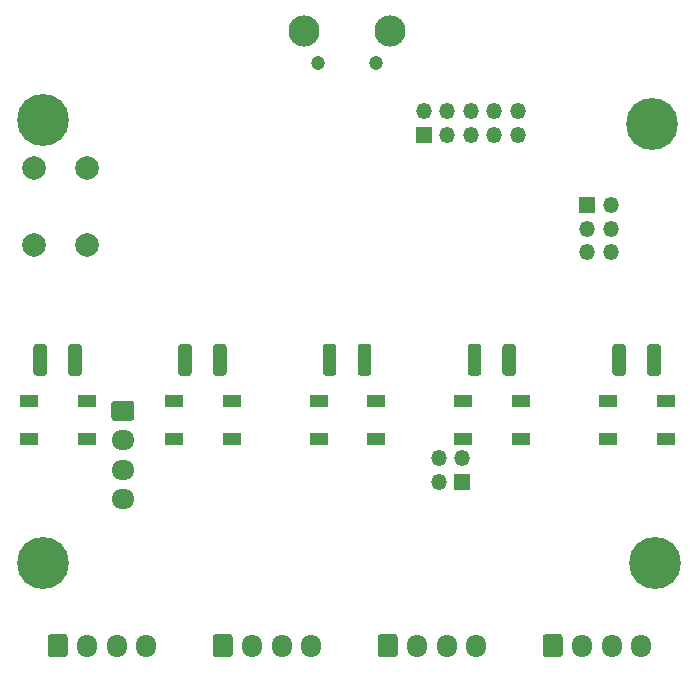
<source format=gbr>
%TF.GenerationSoftware,KiCad,Pcbnew,(5.1.10)-1*%
%TF.CreationDate,2021-09-15T18:07:19+02:00*%
%TF.ProjectId,sh_control,73685f63-6f6e-4747-926f-6c2e6b696361,rev?*%
%TF.SameCoordinates,Original*%
%TF.FileFunction,Soldermask,Bot*%
%TF.FilePolarity,Negative*%
%FSLAX46Y46*%
G04 Gerber Fmt 4.6, Leading zero omitted, Abs format (unit mm)*
G04 Created by KiCad (PCBNEW (5.1.10)-1) date 2021-09-15 18:07:19*
%MOMM*%
%LPD*%
G01*
G04 APERTURE LIST*
%ADD10O,1.700000X1.950000*%
%ADD11O,1.350000X1.350000*%
%ADD12R,1.350000X1.350000*%
%ADD13C,0.700000*%
%ADD14C,4.400000*%
%ADD15O,1.950000X1.700000*%
%ADD16C,2.640000*%
%ADD17C,1.200000*%
%ADD18R,1.500000X1.000000*%
%ADD19C,2.000000*%
G04 APERTURE END LIST*
D10*
%TO.C,J2*%
X142120000Y-88265000D03*
X139620000Y-88265000D03*
X137120000Y-88265000D03*
G36*
G01*
X133770000Y-88990000D02*
X133770000Y-87540000D01*
G75*
G02*
X134020000Y-87290000I250000J0D01*
G01*
X135220000Y-87290000D01*
G75*
G02*
X135470000Y-87540000I0J-250000D01*
G01*
X135470000Y-88990000D01*
G75*
G02*
X135220000Y-89240000I-250000J0D01*
G01*
X134020000Y-89240000D01*
G75*
G02*
X133770000Y-88990000I0J250000D01*
G01*
G37*
%TD*%
D11*
%TO.C,J9*%
X159638000Y-43021500D03*
X159638000Y-45021500D03*
X157638000Y-43021500D03*
X157638000Y-45021500D03*
X155638000Y-43021500D03*
X155638000Y-45021500D03*
X153638000Y-43021500D03*
X153638000Y-45021500D03*
X151638000Y-43021500D03*
D12*
X151638000Y-45021500D03*
%TD*%
D11*
%TO.C,J8*%
X152908000Y-72390000D03*
X154908000Y-72390000D03*
X152908000Y-74390000D03*
D12*
X154908000Y-74390000D03*
%TD*%
D11*
%TO.C,J5*%
X167481000Y-54959000D03*
X165481000Y-54959000D03*
X167481000Y-52959000D03*
X165481000Y-52959000D03*
X167481000Y-50959000D03*
D12*
X165481000Y-50959000D03*
%TD*%
D13*
%TO.C,TP4*%
X120546726Y-80113274D03*
X119380000Y-79630000D03*
X118213274Y-80113274D03*
X117730000Y-81280000D03*
X118213274Y-82446726D03*
X119380000Y-82930000D03*
X120546726Y-82446726D03*
X121030000Y-81280000D03*
D14*
X119380000Y-81280000D03*
%TD*%
D13*
%TO.C,TP3*%
X120610226Y-42584774D03*
X119443500Y-42101500D03*
X118276774Y-42584774D03*
X117793500Y-43751500D03*
X118276774Y-44918226D03*
X119443500Y-45401500D03*
X120610226Y-44918226D03*
X121093500Y-43751500D03*
D14*
X119443500Y-43751500D03*
%TD*%
D13*
%TO.C,TP2*%
X172107726Y-42902274D03*
X170941000Y-42419000D03*
X169774274Y-42902274D03*
X169291000Y-44069000D03*
X169774274Y-45235726D03*
X170941000Y-45719000D03*
X172107726Y-45235726D03*
X172591000Y-44069000D03*
D14*
X170941000Y-44069000D03*
%TD*%
D13*
%TO.C,TP1*%
X172362726Y-80113274D03*
X171196000Y-79630000D03*
X170029274Y-80113274D03*
X169546000Y-81280000D03*
X170029274Y-82446726D03*
X171196000Y-82930000D03*
X172362726Y-82446726D03*
X172846000Y-81280000D03*
D14*
X171196000Y-81280000D03*
%TD*%
D15*
%TO.C,J7*%
X126174500Y-75889500D03*
X126174500Y-73389500D03*
X126174500Y-70889500D03*
G36*
G01*
X125449500Y-67539500D02*
X126899500Y-67539500D01*
G75*
G02*
X127149500Y-67789500I0J-250000D01*
G01*
X127149500Y-68989500D01*
G75*
G02*
X126899500Y-69239500I-250000J0D01*
G01*
X125449500Y-69239500D01*
G75*
G02*
X125199500Y-68989500I0J250000D01*
G01*
X125199500Y-67789500D01*
G75*
G02*
X125449500Y-67539500I250000J0D01*
G01*
G37*
%TD*%
D16*
%TO.C,J6*%
X141536000Y-36249000D03*
X148786000Y-36249000D03*
D17*
X142736000Y-38929000D03*
X147586000Y-38929000D03*
%TD*%
D18*
%TO.C,D14*%
X118226500Y-70764000D03*
X118226500Y-67564000D03*
X123126500Y-70764000D03*
X123126500Y-67564000D03*
%TD*%
%TO.C,D13*%
X130484625Y-70764000D03*
X130484625Y-67564000D03*
X135384625Y-70764000D03*
X135384625Y-67564000D03*
%TD*%
%TO.C,D12*%
X142742750Y-70764000D03*
X142742750Y-67564000D03*
X147642750Y-70764000D03*
X147642750Y-67564000D03*
%TD*%
%TO.C,D11*%
X155000875Y-70764000D03*
X155000875Y-67564000D03*
X159900875Y-70764000D03*
X159900875Y-67564000D03*
%TD*%
%TO.C,D10*%
X167259000Y-70764000D03*
X167259000Y-67564000D03*
X172159000Y-70764000D03*
X172159000Y-67564000D03*
%TD*%
%TO.C,C23*%
G36*
G01*
X119750000Y-62971499D02*
X119750000Y-65171501D01*
G75*
G02*
X119500001Y-65421500I-249999J0D01*
G01*
X118849999Y-65421500D01*
G75*
G02*
X118600000Y-65171501I0J249999D01*
G01*
X118600000Y-62971499D01*
G75*
G02*
X118849999Y-62721500I249999J0D01*
G01*
X119500001Y-62721500D01*
G75*
G02*
X119750000Y-62971499I0J-249999D01*
G01*
G37*
G36*
G01*
X122700000Y-62971499D02*
X122700000Y-65171501D01*
G75*
G02*
X122450001Y-65421500I-249999J0D01*
G01*
X121799999Y-65421500D01*
G75*
G02*
X121550000Y-65171501I0J249999D01*
G01*
X121550000Y-62971499D01*
G75*
G02*
X121799999Y-62721500I249999J0D01*
G01*
X122450001Y-62721500D01*
G75*
G02*
X122700000Y-62971499I0J-249999D01*
G01*
G37*
%TD*%
%TO.C,C22*%
G36*
G01*
X132005500Y-62971499D02*
X132005500Y-65171501D01*
G75*
G02*
X131755501Y-65421500I-249999J0D01*
G01*
X131105499Y-65421500D01*
G75*
G02*
X130855500Y-65171501I0J249999D01*
G01*
X130855500Y-62971499D01*
G75*
G02*
X131105499Y-62721500I249999J0D01*
G01*
X131755501Y-62721500D01*
G75*
G02*
X132005500Y-62971499I0J-249999D01*
G01*
G37*
G36*
G01*
X134955500Y-62971499D02*
X134955500Y-65171501D01*
G75*
G02*
X134705501Y-65421500I-249999J0D01*
G01*
X134055499Y-65421500D01*
G75*
G02*
X133805500Y-65171501I0J249999D01*
G01*
X133805500Y-62971499D01*
G75*
G02*
X134055499Y-62721500I249999J0D01*
G01*
X134705501Y-62721500D01*
G75*
G02*
X134955500Y-62971499I0J-249999D01*
G01*
G37*
%TD*%
%TO.C,C21*%
G36*
G01*
X144261000Y-62971499D02*
X144261000Y-65171501D01*
G75*
G02*
X144011001Y-65421500I-249999J0D01*
G01*
X143360999Y-65421500D01*
G75*
G02*
X143111000Y-65171501I0J249999D01*
G01*
X143111000Y-62971499D01*
G75*
G02*
X143360999Y-62721500I249999J0D01*
G01*
X144011001Y-62721500D01*
G75*
G02*
X144261000Y-62971499I0J-249999D01*
G01*
G37*
G36*
G01*
X147211000Y-62971499D02*
X147211000Y-65171501D01*
G75*
G02*
X146961001Y-65421500I-249999J0D01*
G01*
X146310999Y-65421500D01*
G75*
G02*
X146061000Y-65171501I0J249999D01*
G01*
X146061000Y-62971499D01*
G75*
G02*
X146310999Y-62721500I249999J0D01*
G01*
X146961001Y-62721500D01*
G75*
G02*
X147211000Y-62971499I0J-249999D01*
G01*
G37*
%TD*%
%TO.C,C20*%
G36*
G01*
X156516500Y-62971499D02*
X156516500Y-65171501D01*
G75*
G02*
X156266501Y-65421500I-249999J0D01*
G01*
X155616499Y-65421500D01*
G75*
G02*
X155366500Y-65171501I0J249999D01*
G01*
X155366500Y-62971499D01*
G75*
G02*
X155616499Y-62721500I249999J0D01*
G01*
X156266501Y-62721500D01*
G75*
G02*
X156516500Y-62971499I0J-249999D01*
G01*
G37*
G36*
G01*
X159466500Y-62971499D02*
X159466500Y-65171501D01*
G75*
G02*
X159216501Y-65421500I-249999J0D01*
G01*
X158566499Y-65421500D01*
G75*
G02*
X158316500Y-65171501I0J249999D01*
G01*
X158316500Y-62971499D01*
G75*
G02*
X158566499Y-62721500I249999J0D01*
G01*
X159216501Y-62721500D01*
G75*
G02*
X159466500Y-62971499I0J-249999D01*
G01*
G37*
%TD*%
%TO.C,C19*%
G36*
G01*
X168772000Y-62971499D02*
X168772000Y-65171501D01*
G75*
G02*
X168522001Y-65421500I-249999J0D01*
G01*
X167871999Y-65421500D01*
G75*
G02*
X167622000Y-65171501I0J249999D01*
G01*
X167622000Y-62971499D01*
G75*
G02*
X167871999Y-62721500I249999J0D01*
G01*
X168522001Y-62721500D01*
G75*
G02*
X168772000Y-62971499I0J-249999D01*
G01*
G37*
G36*
G01*
X171722000Y-62971499D02*
X171722000Y-65171501D01*
G75*
G02*
X171472001Y-65421500I-249999J0D01*
G01*
X170821999Y-65421500D01*
G75*
G02*
X170572000Y-65171501I0J249999D01*
G01*
X170572000Y-62971499D01*
G75*
G02*
X170821999Y-62721500I249999J0D01*
G01*
X171472001Y-62721500D01*
G75*
G02*
X171722000Y-62971499I0J-249999D01*
G01*
G37*
%TD*%
D19*
%TO.C,SW2*%
X118618000Y-47856000D03*
X123118000Y-47856000D03*
X118618000Y-54356000D03*
X123118000Y-54356000D03*
%TD*%
D10*
%TO.C,J4*%
X170060000Y-88265000D03*
X167560000Y-88265000D03*
X165060000Y-88265000D03*
G36*
G01*
X161710000Y-88990000D02*
X161710000Y-87540000D01*
G75*
G02*
X161960000Y-87290000I250000J0D01*
G01*
X163160000Y-87290000D01*
G75*
G02*
X163410000Y-87540000I0J-250000D01*
G01*
X163410000Y-88990000D01*
G75*
G02*
X163160000Y-89240000I-250000J0D01*
G01*
X161960000Y-89240000D01*
G75*
G02*
X161710000Y-88990000I0J250000D01*
G01*
G37*
%TD*%
%TO.C,J3*%
X156090000Y-88265000D03*
X153590000Y-88265000D03*
X151090000Y-88265000D03*
G36*
G01*
X147740000Y-88990000D02*
X147740000Y-87540000D01*
G75*
G02*
X147990000Y-87290000I250000J0D01*
G01*
X149190000Y-87290000D01*
G75*
G02*
X149440000Y-87540000I0J-250000D01*
G01*
X149440000Y-88990000D01*
G75*
G02*
X149190000Y-89240000I-250000J0D01*
G01*
X147990000Y-89240000D01*
G75*
G02*
X147740000Y-88990000I0J250000D01*
G01*
G37*
%TD*%
%TO.C,J1*%
X128150000Y-88265000D03*
X125650000Y-88265000D03*
X123150000Y-88265000D03*
G36*
G01*
X119800000Y-88990000D02*
X119800000Y-87540000D01*
G75*
G02*
X120050000Y-87290000I250000J0D01*
G01*
X121250000Y-87290000D01*
G75*
G02*
X121500000Y-87540000I0J-250000D01*
G01*
X121500000Y-88990000D01*
G75*
G02*
X121250000Y-89240000I-250000J0D01*
G01*
X120050000Y-89240000D01*
G75*
G02*
X119800000Y-88990000I0J250000D01*
G01*
G37*
%TD*%
M02*

</source>
